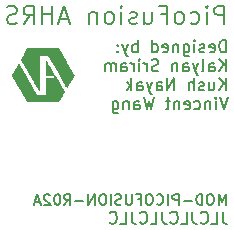
<source format=gbo>
G04 #@! TF.GenerationSoftware,KiCad,Pcbnew,(6.0.7)*
G04 #@! TF.CreationDate,2022-09-17T21:46:44-05:00*
G04 #@! TF.ProjectId,picofusion,7069636f-6675-4736-996f-6e2e6b696361,rev?*
G04 #@! TF.SameCoordinates,Original*
G04 #@! TF.FileFunction,Legend,Bot*
G04 #@! TF.FilePolarity,Positive*
%FSLAX46Y46*%
G04 Gerber Fmt 4.6, Leading zero omitted, Abs format (unit mm)*
G04 Created by KiCad (PCBNEW (6.0.7)) date 2022-09-17 21:46:44*
%MOMM*%
%LPD*%
G01*
G04 APERTURE LIST*
%ADD10C,0.150000*%
%ADD11C,0.200000*%
G04 APERTURE END LIST*
D10*
X169282142Y-48057142D02*
X169282142Y-47157142D01*
X168982142Y-47800000D01*
X168682142Y-47157142D01*
X168682142Y-48057142D01*
X168082142Y-47157142D02*
X167910714Y-47157142D01*
X167825000Y-47200000D01*
X167739285Y-47285714D01*
X167696428Y-47457142D01*
X167696428Y-47757142D01*
X167739285Y-47928571D01*
X167825000Y-48014285D01*
X167910714Y-48057142D01*
X168082142Y-48057142D01*
X168167857Y-48014285D01*
X168253571Y-47928571D01*
X168296428Y-47757142D01*
X168296428Y-47457142D01*
X168253571Y-47285714D01*
X168167857Y-47200000D01*
X168082142Y-47157142D01*
X167310714Y-48057142D02*
X167310714Y-47157142D01*
X167096428Y-47157142D01*
X166967857Y-47200000D01*
X166882142Y-47285714D01*
X166839285Y-47371428D01*
X166796428Y-47542857D01*
X166796428Y-47671428D01*
X166839285Y-47842857D01*
X166882142Y-47928571D01*
X166967857Y-48014285D01*
X167096428Y-48057142D01*
X167310714Y-48057142D01*
X166410714Y-47714285D02*
X165725000Y-47714285D01*
X165296428Y-48057142D02*
X165296428Y-47157142D01*
X164953571Y-47157142D01*
X164867857Y-47200000D01*
X164825000Y-47242857D01*
X164782142Y-47328571D01*
X164782142Y-47457142D01*
X164825000Y-47542857D01*
X164867857Y-47585714D01*
X164953571Y-47628571D01*
X165296428Y-47628571D01*
X164396428Y-48057142D02*
X164396428Y-47157142D01*
X163453571Y-47971428D02*
X163496428Y-48014285D01*
X163625000Y-48057142D01*
X163710714Y-48057142D01*
X163839285Y-48014285D01*
X163925000Y-47928571D01*
X163967857Y-47842857D01*
X164010714Y-47671428D01*
X164010714Y-47542857D01*
X163967857Y-47371428D01*
X163925000Y-47285714D01*
X163839285Y-47200000D01*
X163710714Y-47157142D01*
X163625000Y-47157142D01*
X163496428Y-47200000D01*
X163453571Y-47242857D01*
X162896428Y-47157142D02*
X162725000Y-47157142D01*
X162639285Y-47200000D01*
X162553571Y-47285714D01*
X162510714Y-47457142D01*
X162510714Y-47757142D01*
X162553571Y-47928571D01*
X162639285Y-48014285D01*
X162725000Y-48057142D01*
X162896428Y-48057142D01*
X162982142Y-48014285D01*
X163067857Y-47928571D01*
X163110714Y-47757142D01*
X163110714Y-47457142D01*
X163067857Y-47285714D01*
X162982142Y-47200000D01*
X162896428Y-47157142D01*
X161825000Y-47585714D02*
X162125000Y-47585714D01*
X162125000Y-48057142D02*
X162125000Y-47157142D01*
X161696428Y-47157142D01*
X161353571Y-47157142D02*
X161353571Y-47885714D01*
X161310714Y-47971428D01*
X161267857Y-48014285D01*
X161182142Y-48057142D01*
X161010714Y-48057142D01*
X160925000Y-48014285D01*
X160882142Y-47971428D01*
X160839285Y-47885714D01*
X160839285Y-47157142D01*
X160453571Y-48014285D02*
X160325000Y-48057142D01*
X160110714Y-48057142D01*
X160025000Y-48014285D01*
X159982142Y-47971428D01*
X159939285Y-47885714D01*
X159939285Y-47800000D01*
X159982142Y-47714285D01*
X160025000Y-47671428D01*
X160110714Y-47628571D01*
X160282142Y-47585714D01*
X160367857Y-47542857D01*
X160410714Y-47500000D01*
X160453571Y-47414285D01*
X160453571Y-47328571D01*
X160410714Y-47242857D01*
X160367857Y-47200000D01*
X160282142Y-47157142D01*
X160067857Y-47157142D01*
X159939285Y-47200000D01*
X159553571Y-48057142D02*
X159553571Y-47157142D01*
X158953571Y-47157142D02*
X158782142Y-47157142D01*
X158696428Y-47200000D01*
X158610714Y-47285714D01*
X158567857Y-47457142D01*
X158567857Y-47757142D01*
X158610714Y-47928571D01*
X158696428Y-48014285D01*
X158782142Y-48057142D01*
X158953571Y-48057142D01*
X159039285Y-48014285D01*
X159125000Y-47928571D01*
X159167857Y-47757142D01*
X159167857Y-47457142D01*
X159125000Y-47285714D01*
X159039285Y-47200000D01*
X158953571Y-47157142D01*
X158182142Y-48057142D02*
X158182142Y-47157142D01*
X157667857Y-48057142D01*
X157667857Y-47157142D01*
X157239285Y-47714285D02*
X156553571Y-47714285D01*
X155610714Y-48057142D02*
X155910714Y-47628571D01*
X156125000Y-48057142D02*
X156125000Y-47157142D01*
X155782142Y-47157142D01*
X155696428Y-47200000D01*
X155653571Y-47242857D01*
X155610714Y-47328571D01*
X155610714Y-47457142D01*
X155653571Y-47542857D01*
X155696428Y-47585714D01*
X155782142Y-47628571D01*
X156125000Y-47628571D01*
X155053571Y-47157142D02*
X154967857Y-47157142D01*
X154882142Y-47200000D01*
X154839285Y-47242857D01*
X154796428Y-47328571D01*
X154753571Y-47500000D01*
X154753571Y-47714285D01*
X154796428Y-47885714D01*
X154839285Y-47971428D01*
X154882142Y-48014285D01*
X154967857Y-48057142D01*
X155053571Y-48057142D01*
X155139285Y-48014285D01*
X155182142Y-47971428D01*
X155225000Y-47885714D01*
X155267857Y-47714285D01*
X155267857Y-47500000D01*
X155225000Y-47328571D01*
X155182142Y-47242857D01*
X155139285Y-47200000D01*
X155053571Y-47157142D01*
X154410714Y-47242857D02*
X154367857Y-47200000D01*
X154282142Y-47157142D01*
X154067857Y-47157142D01*
X153982142Y-47200000D01*
X153939285Y-47242857D01*
X153896428Y-47328571D01*
X153896428Y-47414285D01*
X153939285Y-47542857D01*
X154453571Y-48057142D01*
X153896428Y-48057142D01*
X153553571Y-47800000D02*
X153125000Y-47800000D01*
X153639285Y-48057142D02*
X153339285Y-47157142D01*
X153039285Y-48057142D01*
X169036905Y-48652380D02*
X169036905Y-49366666D01*
X169084524Y-49509523D01*
X169179762Y-49604761D01*
X169322619Y-49652380D01*
X169417858Y-49652380D01*
X168084524Y-49652380D02*
X168560715Y-49652380D01*
X168560715Y-48652380D01*
X167179762Y-49557142D02*
X167227381Y-49604761D01*
X167370238Y-49652380D01*
X167465477Y-49652380D01*
X167608334Y-49604761D01*
X167703572Y-49509523D01*
X167751191Y-49414285D01*
X167798810Y-49223809D01*
X167798810Y-49080952D01*
X167751191Y-48890476D01*
X167703572Y-48795238D01*
X167608334Y-48700000D01*
X167465477Y-48652380D01*
X167370238Y-48652380D01*
X167227381Y-48700000D01*
X167179762Y-48747619D01*
X166465477Y-48652380D02*
X166465477Y-49366666D01*
X166513096Y-49509523D01*
X166608334Y-49604761D01*
X166751191Y-49652380D01*
X166846429Y-49652380D01*
X165513096Y-49652380D02*
X165989286Y-49652380D01*
X165989286Y-48652380D01*
X164608334Y-49557142D02*
X164655953Y-49604761D01*
X164798810Y-49652380D01*
X164894048Y-49652380D01*
X165036905Y-49604761D01*
X165132143Y-49509523D01*
X165179762Y-49414285D01*
X165227381Y-49223809D01*
X165227381Y-49080952D01*
X165179762Y-48890476D01*
X165132143Y-48795238D01*
X165036905Y-48700000D01*
X164894048Y-48652380D01*
X164798810Y-48652380D01*
X164655953Y-48700000D01*
X164608334Y-48747619D01*
X163894048Y-48652380D02*
X163894048Y-49366666D01*
X163941667Y-49509523D01*
X164036905Y-49604761D01*
X164179762Y-49652380D01*
X164275000Y-49652380D01*
X162941667Y-49652380D02*
X163417858Y-49652380D01*
X163417858Y-48652380D01*
X162036905Y-49557142D02*
X162084524Y-49604761D01*
X162227381Y-49652380D01*
X162322619Y-49652380D01*
X162465477Y-49604761D01*
X162560715Y-49509523D01*
X162608334Y-49414285D01*
X162655953Y-49223809D01*
X162655953Y-49080952D01*
X162608334Y-48890476D01*
X162560715Y-48795238D01*
X162465477Y-48700000D01*
X162322619Y-48652380D01*
X162227381Y-48652380D01*
X162084524Y-48700000D01*
X162036905Y-48747619D01*
X161322619Y-48652380D02*
X161322619Y-49366666D01*
X161370238Y-49509523D01*
X161465477Y-49604761D01*
X161608334Y-49652380D01*
X161703572Y-49652380D01*
X160370238Y-49652380D02*
X160846429Y-49652380D01*
X160846429Y-48652380D01*
X159465477Y-49557142D02*
X159513096Y-49604761D01*
X159655953Y-49652380D01*
X159751191Y-49652380D01*
X159894048Y-49604761D01*
X159989286Y-49509523D01*
X160036905Y-49414285D01*
X160084524Y-49223809D01*
X160084524Y-49080952D01*
X160036905Y-48890476D01*
X159989286Y-48795238D01*
X159894048Y-48700000D01*
X159751191Y-48652380D01*
X159655953Y-48652380D01*
X159513096Y-48700000D01*
X159465477Y-48747619D01*
D11*
X169178571Y-32728571D02*
X169178571Y-31228571D01*
X168607142Y-31228571D01*
X168464285Y-31300000D01*
X168392857Y-31371428D01*
X168321428Y-31514285D01*
X168321428Y-31728571D01*
X168392857Y-31871428D01*
X168464285Y-31942857D01*
X168607142Y-32014285D01*
X169178571Y-32014285D01*
X167678571Y-32728571D02*
X167678571Y-31728571D01*
X167678571Y-31228571D02*
X167750000Y-31300000D01*
X167678571Y-31371428D01*
X167607142Y-31300000D01*
X167678571Y-31228571D01*
X167678571Y-31371428D01*
X166321428Y-32657142D02*
X166464285Y-32728571D01*
X166750000Y-32728571D01*
X166892857Y-32657142D01*
X166964285Y-32585714D01*
X167035714Y-32442857D01*
X167035714Y-32014285D01*
X166964285Y-31871428D01*
X166892857Y-31800000D01*
X166750000Y-31728571D01*
X166464285Y-31728571D01*
X166321428Y-31800000D01*
X165464285Y-32728571D02*
X165607142Y-32657142D01*
X165678571Y-32585714D01*
X165750000Y-32442857D01*
X165750000Y-32014285D01*
X165678571Y-31871428D01*
X165607142Y-31800000D01*
X165464285Y-31728571D01*
X165250000Y-31728571D01*
X165107142Y-31800000D01*
X165035714Y-31871428D01*
X164964285Y-32014285D01*
X164964285Y-32442857D01*
X165035714Y-32585714D01*
X165107142Y-32657142D01*
X165250000Y-32728571D01*
X165464285Y-32728571D01*
X163821428Y-31942857D02*
X164321428Y-31942857D01*
X164321428Y-32728571D02*
X164321428Y-31228571D01*
X163607142Y-31228571D01*
X162392857Y-31728571D02*
X162392857Y-32728571D01*
X163035714Y-31728571D02*
X163035714Y-32514285D01*
X162964285Y-32657142D01*
X162821428Y-32728571D01*
X162607142Y-32728571D01*
X162464285Y-32657142D01*
X162392857Y-32585714D01*
X161750000Y-32657142D02*
X161607142Y-32728571D01*
X161321428Y-32728571D01*
X161178571Y-32657142D01*
X161107142Y-32514285D01*
X161107142Y-32442857D01*
X161178571Y-32300000D01*
X161321428Y-32228571D01*
X161535714Y-32228571D01*
X161678571Y-32157142D01*
X161750000Y-32014285D01*
X161750000Y-31942857D01*
X161678571Y-31800000D01*
X161535714Y-31728571D01*
X161321428Y-31728571D01*
X161178571Y-31800000D01*
X160464285Y-32728571D02*
X160464285Y-31728571D01*
X160464285Y-31228571D02*
X160535714Y-31300000D01*
X160464285Y-31371428D01*
X160392857Y-31300000D01*
X160464285Y-31228571D01*
X160464285Y-31371428D01*
X159535714Y-32728571D02*
X159678571Y-32657142D01*
X159750000Y-32585714D01*
X159821428Y-32442857D01*
X159821428Y-32014285D01*
X159750000Y-31871428D01*
X159678571Y-31800000D01*
X159535714Y-31728571D01*
X159321428Y-31728571D01*
X159178571Y-31800000D01*
X159107142Y-31871428D01*
X159035714Y-32014285D01*
X159035714Y-32442857D01*
X159107142Y-32585714D01*
X159178571Y-32657142D01*
X159321428Y-32728571D01*
X159535714Y-32728571D01*
X158392857Y-31728571D02*
X158392857Y-32728571D01*
X158392857Y-31871428D02*
X158321428Y-31800000D01*
X158178571Y-31728571D01*
X157964285Y-31728571D01*
X157821428Y-31800000D01*
X157750000Y-31942857D01*
X157750000Y-32728571D01*
X155964285Y-32300000D02*
X155250000Y-32300000D01*
X156107142Y-32728571D02*
X155607142Y-31228571D01*
X155107142Y-32728571D01*
X154607142Y-32728571D02*
X154607142Y-31228571D01*
X154607142Y-31942857D02*
X153750000Y-31942857D01*
X153750000Y-32728571D02*
X153750000Y-31228571D01*
X152178571Y-32728571D02*
X152678571Y-32014285D01*
X153035714Y-32728571D02*
X153035714Y-31228571D01*
X152464285Y-31228571D01*
X152321428Y-31300000D01*
X152250000Y-31371428D01*
X152178571Y-31514285D01*
X152178571Y-31728571D01*
X152250000Y-31871428D01*
X152321428Y-31942857D01*
X152464285Y-32014285D01*
X153035714Y-32014285D01*
X151607142Y-32657142D02*
X151392857Y-32728571D01*
X151035714Y-32728571D01*
X150892857Y-32657142D01*
X150821428Y-32585714D01*
X150750000Y-32442857D01*
X150750000Y-32300000D01*
X150821428Y-32157142D01*
X150892857Y-32085714D01*
X151035714Y-32014285D01*
X151321428Y-31942857D01*
X151464285Y-31871428D01*
X151535714Y-31800000D01*
X151607142Y-31657142D01*
X151607142Y-31514285D01*
X151535714Y-31371428D01*
X151464285Y-31300000D01*
X151321428Y-31228571D01*
X150964285Y-31228571D01*
X150750000Y-31300000D01*
D10*
X169300119Y-35137380D02*
X169300119Y-34137380D01*
X169062024Y-34137380D01*
X168919167Y-34185000D01*
X168823929Y-34280238D01*
X168776310Y-34375476D01*
X168728691Y-34565952D01*
X168728691Y-34708809D01*
X168776310Y-34899285D01*
X168823929Y-34994523D01*
X168919167Y-35089761D01*
X169062024Y-35137380D01*
X169300119Y-35137380D01*
X167919167Y-35089761D02*
X168014405Y-35137380D01*
X168204881Y-35137380D01*
X168300119Y-35089761D01*
X168347738Y-34994523D01*
X168347738Y-34613571D01*
X168300119Y-34518333D01*
X168204881Y-34470714D01*
X168014405Y-34470714D01*
X167919167Y-34518333D01*
X167871548Y-34613571D01*
X167871548Y-34708809D01*
X168347738Y-34804047D01*
X167490595Y-35089761D02*
X167395357Y-35137380D01*
X167204881Y-35137380D01*
X167109643Y-35089761D01*
X167062024Y-34994523D01*
X167062024Y-34946904D01*
X167109643Y-34851666D01*
X167204881Y-34804047D01*
X167347738Y-34804047D01*
X167442976Y-34756428D01*
X167490595Y-34661190D01*
X167490595Y-34613571D01*
X167442976Y-34518333D01*
X167347738Y-34470714D01*
X167204881Y-34470714D01*
X167109643Y-34518333D01*
X166633453Y-35137380D02*
X166633453Y-34470714D01*
X166633453Y-34137380D02*
X166681072Y-34185000D01*
X166633453Y-34232619D01*
X166585834Y-34185000D01*
X166633453Y-34137380D01*
X166633453Y-34232619D01*
X165728691Y-34470714D02*
X165728691Y-35280238D01*
X165776310Y-35375476D01*
X165823929Y-35423095D01*
X165919167Y-35470714D01*
X166062024Y-35470714D01*
X166157262Y-35423095D01*
X165728691Y-35089761D02*
X165823929Y-35137380D01*
X166014405Y-35137380D01*
X166109643Y-35089761D01*
X166157262Y-35042142D01*
X166204881Y-34946904D01*
X166204881Y-34661190D01*
X166157262Y-34565952D01*
X166109643Y-34518333D01*
X166014405Y-34470714D01*
X165823929Y-34470714D01*
X165728691Y-34518333D01*
X165252500Y-34470714D02*
X165252500Y-35137380D01*
X165252500Y-34565952D02*
X165204881Y-34518333D01*
X165109643Y-34470714D01*
X164966786Y-34470714D01*
X164871548Y-34518333D01*
X164823929Y-34613571D01*
X164823929Y-35137380D01*
X163966786Y-35089761D02*
X164062024Y-35137380D01*
X164252500Y-35137380D01*
X164347738Y-35089761D01*
X164395357Y-34994523D01*
X164395357Y-34613571D01*
X164347738Y-34518333D01*
X164252500Y-34470714D01*
X164062024Y-34470714D01*
X163966786Y-34518333D01*
X163919167Y-34613571D01*
X163919167Y-34708809D01*
X164395357Y-34804047D01*
X163062024Y-35137380D02*
X163062024Y-34137380D01*
X163062024Y-35089761D02*
X163157262Y-35137380D01*
X163347738Y-35137380D01*
X163442976Y-35089761D01*
X163490595Y-35042142D01*
X163538215Y-34946904D01*
X163538215Y-34661190D01*
X163490595Y-34565952D01*
X163442976Y-34518333D01*
X163347738Y-34470714D01*
X163157262Y-34470714D01*
X163062024Y-34518333D01*
X161823929Y-35137380D02*
X161823929Y-34137380D01*
X161823929Y-34518333D02*
X161728691Y-34470714D01*
X161538215Y-34470714D01*
X161442976Y-34518333D01*
X161395357Y-34565952D01*
X161347738Y-34661190D01*
X161347738Y-34946904D01*
X161395357Y-35042142D01*
X161442976Y-35089761D01*
X161538215Y-35137380D01*
X161728691Y-35137380D01*
X161823929Y-35089761D01*
X161014405Y-34470714D02*
X160776310Y-35137380D01*
X160538215Y-34470714D02*
X160776310Y-35137380D01*
X160871548Y-35375476D01*
X160919167Y-35423095D01*
X161014405Y-35470714D01*
X160157262Y-35042142D02*
X160109643Y-35089761D01*
X160157262Y-35137380D01*
X160204881Y-35089761D01*
X160157262Y-35042142D01*
X160157262Y-35137380D01*
X160157262Y-34518333D02*
X160109643Y-34565952D01*
X160157262Y-34613571D01*
X160204881Y-34565952D01*
X160157262Y-34518333D01*
X160157262Y-34613571D01*
X169300119Y-36747380D02*
X169300119Y-35747380D01*
X168728691Y-36747380D02*
X169157262Y-36175952D01*
X168728691Y-35747380D02*
X169300119Y-36318809D01*
X167871548Y-36747380D02*
X167871548Y-36223571D01*
X167919167Y-36128333D01*
X168014405Y-36080714D01*
X168204881Y-36080714D01*
X168300119Y-36128333D01*
X167871548Y-36699761D02*
X167966786Y-36747380D01*
X168204881Y-36747380D01*
X168300119Y-36699761D01*
X168347738Y-36604523D01*
X168347738Y-36509285D01*
X168300119Y-36414047D01*
X168204881Y-36366428D01*
X167966786Y-36366428D01*
X167871548Y-36318809D01*
X167252500Y-36747380D02*
X167347738Y-36699761D01*
X167395357Y-36604523D01*
X167395357Y-35747380D01*
X166966786Y-36080714D02*
X166728691Y-36747380D01*
X166490595Y-36080714D02*
X166728691Y-36747380D01*
X166823929Y-36985476D01*
X166871548Y-37033095D01*
X166966786Y-37080714D01*
X165681072Y-36747380D02*
X165681072Y-36223571D01*
X165728691Y-36128333D01*
X165823929Y-36080714D01*
X166014405Y-36080714D01*
X166109643Y-36128333D01*
X165681072Y-36699761D02*
X165776310Y-36747380D01*
X166014405Y-36747380D01*
X166109643Y-36699761D01*
X166157262Y-36604523D01*
X166157262Y-36509285D01*
X166109643Y-36414047D01*
X166014405Y-36366428D01*
X165776310Y-36366428D01*
X165681072Y-36318809D01*
X165204881Y-36080714D02*
X165204881Y-36747380D01*
X165204881Y-36175952D02*
X165157262Y-36128333D01*
X165062024Y-36080714D01*
X164919167Y-36080714D01*
X164823929Y-36128333D01*
X164776310Y-36223571D01*
X164776310Y-36747380D01*
X163585834Y-36699761D02*
X163442976Y-36747380D01*
X163204881Y-36747380D01*
X163109643Y-36699761D01*
X163062024Y-36652142D01*
X163014405Y-36556904D01*
X163014405Y-36461666D01*
X163062024Y-36366428D01*
X163109643Y-36318809D01*
X163204881Y-36271190D01*
X163395357Y-36223571D01*
X163490595Y-36175952D01*
X163538215Y-36128333D01*
X163585834Y-36033095D01*
X163585834Y-35937857D01*
X163538215Y-35842619D01*
X163490595Y-35795000D01*
X163395357Y-35747380D01*
X163157262Y-35747380D01*
X163014405Y-35795000D01*
X162585834Y-36747380D02*
X162585834Y-36080714D01*
X162585834Y-36271190D02*
X162538215Y-36175952D01*
X162490595Y-36128333D01*
X162395357Y-36080714D01*
X162300119Y-36080714D01*
X161966786Y-36747380D02*
X161966786Y-36080714D01*
X161966786Y-35747380D02*
X162014405Y-35795000D01*
X161966786Y-35842619D01*
X161919167Y-35795000D01*
X161966786Y-35747380D01*
X161966786Y-35842619D01*
X161490595Y-36747380D02*
X161490595Y-36080714D01*
X161490595Y-36271190D02*
X161442976Y-36175952D01*
X161395357Y-36128333D01*
X161300119Y-36080714D01*
X161204881Y-36080714D01*
X160442976Y-36747380D02*
X160442976Y-36223571D01*
X160490595Y-36128333D01*
X160585834Y-36080714D01*
X160776310Y-36080714D01*
X160871548Y-36128333D01*
X160442976Y-36699761D02*
X160538215Y-36747380D01*
X160776310Y-36747380D01*
X160871548Y-36699761D01*
X160919167Y-36604523D01*
X160919167Y-36509285D01*
X160871548Y-36414047D01*
X160776310Y-36366428D01*
X160538215Y-36366428D01*
X160442976Y-36318809D01*
X159966786Y-36747380D02*
X159966786Y-36080714D01*
X159966786Y-36175952D02*
X159919167Y-36128333D01*
X159823929Y-36080714D01*
X159681072Y-36080714D01*
X159585834Y-36128333D01*
X159538215Y-36223571D01*
X159538215Y-36747380D01*
X159538215Y-36223571D02*
X159490595Y-36128333D01*
X159395357Y-36080714D01*
X159252500Y-36080714D01*
X159157262Y-36128333D01*
X159109643Y-36223571D01*
X159109643Y-36747380D01*
X169300119Y-38357380D02*
X169300119Y-37357380D01*
X168728691Y-38357380D02*
X169157262Y-37785952D01*
X168728691Y-37357380D02*
X169300119Y-37928809D01*
X167871548Y-37690714D02*
X167871548Y-38357380D01*
X168300119Y-37690714D02*
X168300119Y-38214523D01*
X168252500Y-38309761D01*
X168157262Y-38357380D01*
X168014405Y-38357380D01*
X167919167Y-38309761D01*
X167871548Y-38262142D01*
X167442976Y-38309761D02*
X167347738Y-38357380D01*
X167157262Y-38357380D01*
X167062024Y-38309761D01*
X167014405Y-38214523D01*
X167014405Y-38166904D01*
X167062024Y-38071666D01*
X167157262Y-38024047D01*
X167300119Y-38024047D01*
X167395357Y-37976428D01*
X167442976Y-37881190D01*
X167442976Y-37833571D01*
X167395357Y-37738333D01*
X167300119Y-37690714D01*
X167157262Y-37690714D01*
X167062024Y-37738333D01*
X166585834Y-38357380D02*
X166585834Y-37357380D01*
X166157262Y-38357380D02*
X166157262Y-37833571D01*
X166204881Y-37738333D01*
X166300119Y-37690714D01*
X166442976Y-37690714D01*
X166538215Y-37738333D01*
X166585834Y-37785952D01*
X164919167Y-38357380D02*
X164919167Y-37357380D01*
X164347738Y-38357380D01*
X164347738Y-37357380D01*
X163442976Y-38357380D02*
X163442976Y-37833571D01*
X163490595Y-37738333D01*
X163585834Y-37690714D01*
X163776310Y-37690714D01*
X163871548Y-37738333D01*
X163442976Y-38309761D02*
X163538215Y-38357380D01*
X163776310Y-38357380D01*
X163871548Y-38309761D01*
X163919167Y-38214523D01*
X163919167Y-38119285D01*
X163871548Y-38024047D01*
X163776310Y-37976428D01*
X163538215Y-37976428D01*
X163442976Y-37928809D01*
X163062024Y-37690714D02*
X162823929Y-38357380D01*
X162585834Y-37690714D02*
X162823929Y-38357380D01*
X162919167Y-38595476D01*
X162966786Y-38643095D01*
X163062024Y-38690714D01*
X161776310Y-38357380D02*
X161776310Y-37833571D01*
X161823929Y-37738333D01*
X161919167Y-37690714D01*
X162109643Y-37690714D01*
X162204881Y-37738333D01*
X161776310Y-38309761D02*
X161871548Y-38357380D01*
X162109643Y-38357380D01*
X162204881Y-38309761D01*
X162252500Y-38214523D01*
X162252500Y-38119285D01*
X162204881Y-38024047D01*
X162109643Y-37976428D01*
X161871548Y-37976428D01*
X161776310Y-37928809D01*
X161300119Y-38357380D02*
X161300119Y-37357380D01*
X161204881Y-37976428D02*
X160919167Y-38357380D01*
X160919167Y-37690714D02*
X161300119Y-38071666D01*
X169442976Y-38967380D02*
X169109643Y-39967380D01*
X168776310Y-38967380D01*
X168442976Y-39967380D02*
X168442976Y-39300714D01*
X168442976Y-38967380D02*
X168490595Y-39015000D01*
X168442976Y-39062619D01*
X168395357Y-39015000D01*
X168442976Y-38967380D01*
X168442976Y-39062619D01*
X167966786Y-39300714D02*
X167966786Y-39967380D01*
X167966786Y-39395952D02*
X167919167Y-39348333D01*
X167823929Y-39300714D01*
X167681072Y-39300714D01*
X167585834Y-39348333D01*
X167538215Y-39443571D01*
X167538215Y-39967380D01*
X166633453Y-39919761D02*
X166728691Y-39967380D01*
X166919167Y-39967380D01*
X167014405Y-39919761D01*
X167062024Y-39872142D01*
X167109643Y-39776904D01*
X167109643Y-39491190D01*
X167062024Y-39395952D01*
X167014405Y-39348333D01*
X166919167Y-39300714D01*
X166728691Y-39300714D01*
X166633453Y-39348333D01*
X165823929Y-39919761D02*
X165919167Y-39967380D01*
X166109643Y-39967380D01*
X166204881Y-39919761D01*
X166252500Y-39824523D01*
X166252500Y-39443571D01*
X166204881Y-39348333D01*
X166109643Y-39300714D01*
X165919167Y-39300714D01*
X165823929Y-39348333D01*
X165776310Y-39443571D01*
X165776310Y-39538809D01*
X166252500Y-39634047D01*
X165347738Y-39300714D02*
X165347738Y-39967380D01*
X165347738Y-39395952D02*
X165300119Y-39348333D01*
X165204881Y-39300714D01*
X165062024Y-39300714D01*
X164966786Y-39348333D01*
X164919167Y-39443571D01*
X164919167Y-39967380D01*
X164585834Y-39300714D02*
X164204881Y-39300714D01*
X164442976Y-38967380D02*
X164442976Y-39824523D01*
X164395357Y-39919761D01*
X164300119Y-39967380D01*
X164204881Y-39967380D01*
X163204881Y-38967380D02*
X162966786Y-39967380D01*
X162776310Y-39253095D01*
X162585834Y-39967380D01*
X162347738Y-38967380D01*
X161538215Y-39967380D02*
X161538215Y-39443571D01*
X161585834Y-39348333D01*
X161681072Y-39300714D01*
X161871548Y-39300714D01*
X161966786Y-39348333D01*
X161538215Y-39919761D02*
X161633453Y-39967380D01*
X161871548Y-39967380D01*
X161966786Y-39919761D01*
X162014405Y-39824523D01*
X162014405Y-39729285D01*
X161966786Y-39634047D01*
X161871548Y-39586428D01*
X161633453Y-39586428D01*
X161538215Y-39538809D01*
X161062024Y-39300714D02*
X161062024Y-39967380D01*
X161062024Y-39395952D02*
X161014405Y-39348333D01*
X160919167Y-39300714D01*
X160776310Y-39300714D01*
X160681072Y-39348333D01*
X160633453Y-39443571D01*
X160633453Y-39967380D01*
X159728691Y-39300714D02*
X159728691Y-40110238D01*
X159776310Y-40205476D01*
X159823929Y-40253095D01*
X159919167Y-40300714D01*
X160062024Y-40300714D01*
X160157262Y-40253095D01*
X159728691Y-39919761D02*
X159823929Y-39967380D01*
X160014405Y-39967380D01*
X160109643Y-39919761D01*
X160157262Y-39872142D01*
X160204881Y-39776904D01*
X160204881Y-39491190D01*
X160157262Y-39395952D01*
X160109643Y-39348333D01*
X160014405Y-39300714D01*
X159823929Y-39300714D01*
X159728691Y-39348333D01*
G04 #@! TO.C,G\u002A\u002A\u002A*
G36*
X155833551Y-35944171D02*
G01*
X155873882Y-36014022D01*
X155965758Y-36173288D01*
X156053283Y-36325212D01*
X156135531Y-36468173D01*
X156211576Y-36600553D01*
X156280489Y-36720732D01*
X156341343Y-36827090D01*
X156393212Y-36918009D01*
X156435169Y-36991867D01*
X156466286Y-37047046D01*
X156485635Y-37081927D01*
X156492291Y-37094889D01*
X156490460Y-37099511D01*
X156477358Y-37124658D01*
X156453036Y-37168827D01*
X156419139Y-37229175D01*
X156377316Y-37302859D01*
X156329211Y-37387037D01*
X156276473Y-37478866D01*
X156220747Y-37575502D01*
X156163680Y-37674104D01*
X156106920Y-37771828D01*
X156052112Y-37865832D01*
X156000903Y-37953273D01*
X155954940Y-38031309D01*
X155915869Y-38097096D01*
X155885338Y-38147792D01*
X155864992Y-38180554D01*
X155856479Y-38192539D01*
X155853340Y-38188669D01*
X155837787Y-38164184D01*
X155810082Y-38118410D01*
X155771072Y-38052802D01*
X155721604Y-37968813D01*
X155662524Y-37867896D01*
X155594679Y-37751506D01*
X155518916Y-37621097D01*
X155436081Y-37478121D01*
X155347022Y-37324032D01*
X155252585Y-37160285D01*
X155153616Y-36988333D01*
X155050964Y-36809630D01*
X154255514Y-35423529D01*
X153898582Y-35422899D01*
X153541649Y-35422270D01*
X153541649Y-36931585D01*
X153541644Y-36980549D01*
X153541511Y-37178952D01*
X153541209Y-37369163D01*
X153540750Y-37549454D01*
X153540145Y-37718097D01*
X153539405Y-37873364D01*
X153538543Y-38013530D01*
X153537570Y-38136865D01*
X153536498Y-38241642D01*
X153535338Y-38326135D01*
X153534103Y-38388615D01*
X153532803Y-38427356D01*
X153531451Y-38440629D01*
X153531450Y-38440629D01*
X153523867Y-38429103D01*
X153503717Y-38395836D01*
X153472044Y-38342626D01*
X153429895Y-38271271D01*
X153378313Y-38183569D01*
X153318345Y-38081319D01*
X153251035Y-37966318D01*
X153177429Y-37840365D01*
X153098573Y-37705257D01*
X153015510Y-37562794D01*
X152929288Y-37414773D01*
X152840951Y-37262991D01*
X152751543Y-37109248D01*
X152662112Y-36955342D01*
X152573701Y-36803070D01*
X152487356Y-36654230D01*
X152404122Y-36510622D01*
X152325045Y-36374042D01*
X152251170Y-36246290D01*
X152183542Y-36129162D01*
X152123206Y-36024459D01*
X152071208Y-35933976D01*
X152028593Y-35859513D01*
X151996406Y-35802868D01*
X151975693Y-35765839D01*
X151967498Y-35750224D01*
X151967923Y-35748334D01*
X151977765Y-35727831D01*
X151999408Y-35687208D01*
X152031422Y-35629025D01*
X152072374Y-35555846D01*
X152120835Y-35470233D01*
X152175375Y-35374748D01*
X152234561Y-35271953D01*
X152505271Y-34803587D01*
X155174811Y-34803587D01*
X155833551Y-35944171D01*
G37*
G36*
X154079223Y-35768262D02*
G01*
X154081977Y-35772518D01*
X154097404Y-35798145D01*
X154125147Y-35845104D01*
X154164331Y-35911895D01*
X154214082Y-35997012D01*
X154273525Y-36098952D01*
X154341784Y-36216213D01*
X154417986Y-36347290D01*
X154501254Y-36490681D01*
X154590716Y-36644881D01*
X154685494Y-36808388D01*
X154784716Y-36979698D01*
X154887505Y-37157308D01*
X155675781Y-38519901D01*
X155531628Y-38769346D01*
X155485810Y-38848628D01*
X155429718Y-38945681D01*
X155373575Y-39042814D01*
X155321934Y-39132153D01*
X155279347Y-39205821D01*
X155171217Y-39392853D01*
X152504641Y-39385921D01*
X151852238Y-38257334D01*
X151818739Y-38199370D01*
X151726811Y-38040160D01*
X151639068Y-37887985D01*
X151556454Y-37744498D01*
X151479915Y-37611346D01*
X151410395Y-37490179D01*
X151348839Y-37382647D01*
X151296191Y-37290399D01*
X151253396Y-37215085D01*
X151221399Y-37158354D01*
X151201144Y-37121856D01*
X151193577Y-37107240D01*
X151195313Y-37099944D01*
X151208439Y-37070652D01*
X151233145Y-37021895D01*
X151268091Y-36956141D01*
X151311939Y-36875860D01*
X151363351Y-36783520D01*
X151420985Y-36681593D01*
X151483505Y-36572546D01*
X151525239Y-36500357D01*
X151592896Y-36384057D01*
X151648836Y-36289088D01*
X151694048Y-36213875D01*
X151729522Y-36156845D01*
X151756248Y-36116424D01*
X151775215Y-36091038D01*
X151787414Y-36079113D01*
X151793834Y-36079075D01*
X151795261Y-36081334D01*
X151808205Y-36103198D01*
X151833532Y-36146609D01*
X151870370Y-36210054D01*
X151917844Y-36292022D01*
X151975080Y-36390998D01*
X152041206Y-36505471D01*
X152115347Y-36633928D01*
X152196630Y-36774855D01*
X152284181Y-36926740D01*
X152377127Y-37088070D01*
X152474594Y-37257333D01*
X152575708Y-37433015D01*
X153343440Y-38767238D01*
X154058351Y-38767238D01*
X154058351Y-37285118D01*
X154765971Y-37285118D01*
X154738223Y-37230728D01*
X154710475Y-37176339D01*
X154058351Y-37176339D01*
X154058784Y-36459074D01*
X154058790Y-36448716D01*
X154058960Y-36291505D01*
X154059290Y-36159367D01*
X154059839Y-36050301D01*
X154060666Y-35962306D01*
X154061831Y-35893381D01*
X154063393Y-35841525D01*
X154065410Y-35804739D01*
X154067943Y-35781020D01*
X154071049Y-35768368D01*
X154074790Y-35764783D01*
X154079223Y-35768262D01*
G37*
G04 #@! TD*
M02*

</source>
